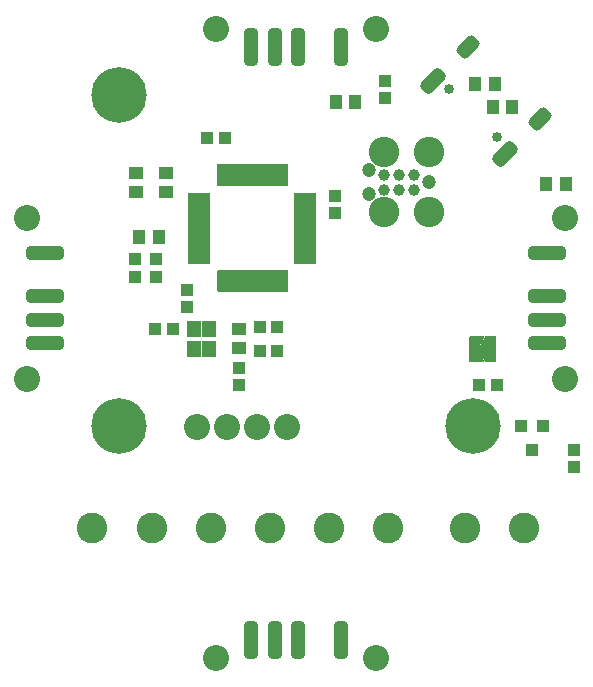
<source format=gts>
G04*
G04 #@! TF.GenerationSoftware,Altium Limited,Altium Designer,23.8.1 (32)*
G04*
G04 Layer_Color=8388736*
%FSLAX44Y44*%
%MOMM*%
G71*
G04*
G04 #@! TF.SameCoordinates,30061C5B-BE2C-44CF-A243-5EA776C9CE0C*
G04*
G04*
G04 #@! TF.FilePolarity,Negative*
G04*
G01*
G75*
G04:AMPARAMS|DCode=23|XSize=0.5032mm|YSize=1.9032mm|CornerRadius=0.1766mm|HoleSize=0mm|Usage=FLASHONLY|Rotation=0.000|XOffset=0mm|YOffset=0mm|HoleType=Round|Shape=RoundedRectangle|*
%AMROUNDEDRECTD23*
21,1,0.5032,1.5500,0,0,0.0*
21,1,0.1500,1.9032,0,0,0.0*
1,1,0.3532,0.0750,-0.7750*
1,1,0.3532,-0.0750,-0.7750*
1,1,0.3532,-0.0750,0.7750*
1,1,0.3532,0.0750,0.7750*
%
%ADD23ROUNDEDRECTD23*%
%ADD24R,0.5032X1.9032*%
%ADD25R,1.9032X0.5032*%
%ADD26R,1.0532X1.1532*%
%ADD27R,1.0032X1.0032*%
%ADD28R,1.2032X1.4032*%
%ADD29R,1.1532X1.0532*%
%ADD30R,1.0032X1.0032*%
G04:AMPARAMS|DCode=31|XSize=1.2032mm|YSize=3.2032mm|CornerRadius=0.3516mm|HoleSize=0mm|Usage=FLASHONLY|Rotation=90.000|XOffset=0mm|YOffset=0mm|HoleType=Round|Shape=RoundedRectangle|*
%AMROUNDEDRECTD31*
21,1,1.2032,2.5000,0,0,90.0*
21,1,0.5000,3.2032,0,0,90.0*
1,1,0.7032,1.2500,0.2500*
1,1,0.7032,1.2500,-0.2500*
1,1,0.7032,-1.2500,-0.2500*
1,1,0.7032,-1.2500,0.2500*
%
%ADD31ROUNDEDRECTD31*%
G04:AMPARAMS|DCode=32|XSize=1.2032mm|YSize=3.2032mm|CornerRadius=0.3516mm|HoleSize=0mm|Usage=FLASHONLY|Rotation=0.000|XOffset=0mm|YOffset=0mm|HoleType=Round|Shape=RoundedRectangle|*
%AMROUNDEDRECTD32*
21,1,1.2032,2.5000,0,0,0.0*
21,1,0.5000,3.2032,0,0,0.0*
1,1,0.7032,0.2500,-1.2500*
1,1,0.7032,-0.2500,-1.2500*
1,1,0.7032,-0.2500,1.2500*
1,1,0.7032,0.2500,1.2500*
%
%ADD32ROUNDEDRECTD32*%
%ADD33R,1.0532X1.0532*%
%ADD34C,0.9902*%
G04:AMPARAMS|DCode=35|XSize=2.0032mm|YSize=1.2032mm|CornerRadius=0.3516mm|HoleSize=0mm|Usage=FLASHONLY|Rotation=225.000|XOffset=0mm|YOffset=0mm|HoleType=Round|Shape=RoundedRectangle|*
%AMROUNDEDRECTD35*
21,1,2.0032,0.5000,0,0,225.0*
21,1,1.3000,1.2032,0,0,225.0*
1,1,0.7032,-0.6364,-0.2828*
1,1,0.7032,0.2828,0.6364*
1,1,0.7032,0.6364,0.2828*
1,1,0.7032,-0.2828,-0.6364*
%
%ADD35ROUNDEDRECTD35*%
G04:AMPARAMS|DCode=36|XSize=2.3032mm|YSize=1.2032mm|CornerRadius=0.3516mm|HoleSize=0mm|Usage=FLASHONLY|Rotation=225.000|XOffset=0mm|YOffset=0mm|HoleType=Round|Shape=RoundedRectangle|*
%AMROUNDEDRECTD36*
21,1,2.3032,0.5000,0,0,225.0*
21,1,1.6000,1.2032,0,0,225.0*
1,1,0.7032,-0.7425,-0.3889*
1,1,0.7032,0.3889,0.7425*
1,1,0.7032,0.7425,0.3889*
1,1,0.7032,-0.3889,-0.7425*
%
%ADD36ROUNDEDRECTD36*%
%ADD37C,0.8532*%
%ADD38C,2.2032*%
%ADD39C,2.6032*%
%ADD40C,4.7032*%
%ADD41C,2.5782*%
%ADD42C,1.1942*%
G36*
X168633Y6010D02*
X168764Y5983D01*
X168890Y5941D01*
X169009Y5882D01*
X169120Y5808D01*
X169220Y5720D01*
X169308Y5620D01*
X169382Y5509D01*
X169441Y5390D01*
X169484Y5264D01*
X169510Y5133D01*
X169518Y5000D01*
Y-15000D01*
X169510Y-15133D01*
X169484Y-15264D01*
X169441Y-15390D01*
X169382Y-15509D01*
X169308Y-15620D01*
X169220Y-15720D01*
X169120Y-15808D01*
X169009Y-15882D01*
X168890Y-15941D01*
X168764Y-15984D01*
X168633Y-16010D01*
X168500Y-16018D01*
X160500D01*
X160489Y-16018D01*
X160479Y-16018D01*
X160423Y-16013D01*
X160367Y-16010D01*
X160357Y-16007D01*
X160346Y-16006D01*
X160292Y-15994D01*
X160236Y-15984D01*
X160226Y-15980D01*
X160216Y-15978D01*
X160164Y-15959D01*
X160110Y-15941D01*
X160101Y-15936D01*
X160091Y-15932D01*
X160041Y-15907D01*
X159991Y-15882D01*
X159982Y-15876D01*
X159973Y-15871D01*
X159927Y-15839D01*
X159880Y-15808D01*
X159872Y-15801D01*
X159864Y-15795D01*
X159822Y-15757D01*
X159780Y-15720D01*
X159773Y-15712D01*
X159765Y-15705D01*
X159729Y-15662D01*
X159692Y-15620D01*
X159686Y-15611D01*
X159679Y-15603D01*
X159649Y-15555D01*
X159618Y-15509D01*
X159614Y-15500D01*
X159608Y-15491D01*
X154108Y-5491D01*
X154079Y-5428D01*
X154053Y-5374D01*
X154052Y-5372D01*
X154052Y-5370D01*
X154031Y-5306D01*
X154012Y-5247D01*
X154012Y-5245D01*
X154011Y-5243D01*
X154000Y-5178D01*
X153989Y-5116D01*
X153988Y-5114D01*
X153988Y-5112D01*
X153985Y-5046D01*
X153982Y-4983D01*
X153982Y-4981D01*
X153982Y-4979D01*
X153988Y-4916D01*
X153993Y-4850D01*
X153993Y-4848D01*
X153994Y-4846D01*
X154007Y-4786D01*
X154021Y-4720D01*
X154022Y-4718D01*
X154022Y-4716D01*
X154044Y-4657D01*
X154066Y-4595D01*
X154067Y-4593D01*
X154068Y-4591D01*
X154097Y-4534D01*
X154127Y-4476D01*
X160127Y5524D01*
X160160Y5572D01*
X160192Y5620D01*
X160198Y5626D01*
X160203Y5633D01*
X160242Y5676D01*
X160280Y5720D01*
X160287Y5726D01*
X160292Y5732D01*
X160337Y5770D01*
X160380Y5808D01*
X160387Y5812D01*
X160394Y5818D01*
X160444Y5850D01*
X160491Y5882D01*
X160499Y5885D01*
X160506Y5890D01*
X160559Y5915D01*
X160610Y5941D01*
X160619Y5943D01*
X160626Y5947D01*
X160681Y5965D01*
X160737Y5983D01*
X160745Y5985D01*
X160753Y5988D01*
X160811Y5998D01*
X160867Y6010D01*
X160876Y6010D01*
X160884Y6012D01*
X160942Y6014D01*
X161000Y6018D01*
X168500D01*
X168633Y6010D01*
D02*
G37*
G36*
X158509Y6018D02*
X158517Y6018D01*
X158575Y6013D01*
X158633Y6010D01*
X158641Y6008D01*
X158650Y6007D01*
X158707Y5995D01*
X158764Y5983D01*
X158772Y5981D01*
X158780Y5979D01*
X158834Y5960D01*
X158890Y5941D01*
X158897Y5937D01*
X158905Y5934D01*
X158957Y5908D01*
X159009Y5882D01*
X159016Y5877D01*
X159024Y5873D01*
X159071Y5840D01*
X159120Y5808D01*
X159126Y5802D01*
X159133Y5797D01*
X159176Y5759D01*
X159220Y5720D01*
X159226Y5713D01*
X159232Y5708D01*
X159270Y5663D01*
X159308Y5620D01*
X159312Y5613D01*
X159318Y5606D01*
X159350Y5557D01*
X159382Y5509D01*
X159386Y5501D01*
X159390Y5494D01*
X159415Y5443D01*
X159441Y5390D01*
X159444Y5381D01*
X159447Y5374D01*
X159465Y5319D01*
X159483Y5264D01*
X159485Y5255D01*
X159488Y5247D01*
X159498Y5190D01*
X159509Y5133D01*
X159510Y5124D01*
X159512Y5116D01*
X159514Y5059D01*
X159518Y5000D01*
X159518Y4991D01*
X159518Y4983D01*
X159513Y4925D01*
X159509Y4867D01*
X159508Y4859D01*
X159507Y4850D01*
X159495Y4793D01*
X159483Y4737D01*
X159481Y4728D01*
X159479Y4720D01*
X159459Y4666D01*
X159441Y4610D01*
X159437Y4603D01*
X159434Y4595D01*
X159408Y4543D01*
X159382Y4491D01*
X159377Y4484D01*
X159373Y4476D01*
X153671Y-5028D01*
X158772Y-14518D01*
X158793Y-14564D01*
X158816Y-14610D01*
X158821Y-14625D01*
X158827Y-14639D01*
X158842Y-14688D01*
X158858Y-14736D01*
X158862Y-14752D01*
X158866Y-14766D01*
X158875Y-14817D01*
X158884Y-14867D01*
X158885Y-14883D01*
X158888Y-14898D01*
X158890Y-14949D01*
X158893Y-15000D01*
X158892Y-15016D01*
X158893Y-15031D01*
X158888Y-15082D01*
X158884Y-15133D01*
X158882Y-15148D01*
X158880Y-15164D01*
X158868Y-15214D01*
X158858Y-15264D01*
X158854Y-15278D01*
X158850Y-15293D01*
X158832Y-15341D01*
X158816Y-15390D01*
X158809Y-15404D01*
X158803Y-15418D01*
X158779Y-15463D01*
X158757Y-15509D01*
X158748Y-15522D01*
X158741Y-15536D01*
X158711Y-15578D01*
X158683Y-15620D01*
X158673Y-15631D01*
X158664Y-15644D01*
X158628Y-15682D01*
X158595Y-15720D01*
X158583Y-15730D01*
X158573Y-15741D01*
X158533Y-15774D01*
X158495Y-15808D01*
X158482Y-15816D01*
X158470Y-15826D01*
X158426Y-15854D01*
X158384Y-15882D01*
X158370Y-15889D01*
X158357Y-15897D01*
X158310Y-15918D01*
X158265Y-15941D01*
X158250Y-15946D01*
X158236Y-15952D01*
X158187Y-15967D01*
X158139Y-15984D01*
X158123Y-15986D01*
X158109Y-15991D01*
X158058Y-16000D01*
X158008Y-16010D01*
X157992Y-16011D01*
X157977Y-16013D01*
X157926Y-16015D01*
X157875Y-16018D01*
X147500D01*
X147367Y-16010D01*
X147236Y-15984D01*
X147110Y-15941D01*
X146991Y-15882D01*
X146880Y-15808D01*
X146780Y-15720D01*
X146692Y-15620D01*
X146618Y-15509D01*
X146559Y-15390D01*
X146517Y-15264D01*
X146490Y-15133D01*
X146482Y-15000D01*
Y5000D01*
X146490Y5133D01*
X146517Y5264D01*
X146559Y5390D01*
X146618Y5509D01*
X146692Y5620D01*
X146780Y5720D01*
X146880Y5808D01*
X146991Y5882D01*
X147110Y5941D01*
X147236Y5983D01*
X147367Y6010D01*
X147500Y6018D01*
X158500D01*
X158509Y6018D01*
D02*
G37*
D23*
X-64750Y52505D02*
D03*
D24*
X-24750D02*
D03*
X-44750D02*
D03*
X-9750Y52505D02*
D03*
X-14750Y52505D02*
D03*
X-19750D02*
D03*
X-29750D02*
D03*
X-34750Y52505D02*
D03*
X-39750Y52505D02*
D03*
X-49750D02*
D03*
X-54750D02*
D03*
X-59750D02*
D03*
X-64750Y142505D02*
D03*
X-59750D02*
D03*
X-54750Y142505D02*
D03*
X-49750D02*
D03*
X-44750Y142505D02*
D03*
X-39750D02*
D03*
X-34750D02*
D03*
X-29750Y142505D02*
D03*
X-24750D02*
D03*
X-19750D02*
D03*
X-14750D02*
D03*
X-9750Y142505D02*
D03*
D25*
X-82250Y125005D02*
D03*
X-82250Y85005D02*
D03*
X-82250Y105005D02*
D03*
X-82250Y70005D02*
D03*
Y75005D02*
D03*
Y80005D02*
D03*
X-82250Y90005D02*
D03*
X-82250Y95005D02*
D03*
Y100005D02*
D03*
X-82250Y110005D02*
D03*
Y115005D02*
D03*
X-82250Y120005D02*
D03*
X7750Y125005D02*
D03*
Y120005D02*
D03*
X7750Y115005D02*
D03*
Y110005D02*
D03*
X7750Y105005D02*
D03*
Y100005D02*
D03*
Y95005D02*
D03*
X7750Y90005D02*
D03*
Y85005D02*
D03*
X7750Y80005D02*
D03*
Y75005D02*
D03*
X7750Y70005D02*
D03*
D26*
X33750Y204000D02*
D03*
X50250D02*
D03*
X228250Y135000D02*
D03*
X211750D02*
D03*
X151750Y220000D02*
D03*
X168250D02*
D03*
X166750Y200000D02*
D03*
X183250D02*
D03*
X-116350Y89925D02*
D03*
X-132850D02*
D03*
D27*
X-104500Y12000D02*
D03*
X-119500D02*
D03*
X-60500Y174000D02*
D03*
X-75500Y174000D02*
D03*
X-30750Y13505D02*
D03*
X-15750D02*
D03*
X-30750Y-6495D02*
D03*
X-15750Y-6495D02*
D03*
X155000Y-35000D02*
D03*
X170000Y-35000D02*
D03*
D28*
X-73500Y-4500D02*
D03*
Y12500D02*
D03*
X-86500Y-4500D02*
D03*
X-86500Y12500D02*
D03*
D29*
X-48000Y12250D02*
D03*
Y-4250D02*
D03*
X-109900Y127825D02*
D03*
Y144325D02*
D03*
X-135900Y127825D02*
D03*
Y144325D02*
D03*
D30*
X-48000Y-20500D02*
D03*
Y-35500D02*
D03*
X75000Y222500D02*
D03*
X75000Y207500D02*
D03*
X-136350Y71425D02*
D03*
Y56425D02*
D03*
X-118350Y71425D02*
D03*
Y56425D02*
D03*
X32750Y110005D02*
D03*
Y125005D02*
D03*
X-92000Y45500D02*
D03*
Y30500D02*
D03*
X235000Y-105000D02*
D03*
Y-90000D02*
D03*
D31*
X212650Y-25D02*
D03*
Y19975D02*
D03*
Y39975D02*
D03*
Y76175D02*
D03*
X-212650Y-25D02*
D03*
Y19975D02*
D03*
Y39975D02*
D03*
Y76175D02*
D03*
D32*
X-38100Y251075D02*
D03*
X-18100D02*
D03*
X1900D02*
D03*
X38100D02*
D03*
X-38100Y-251075D02*
D03*
X-18100D02*
D03*
X1900D02*
D03*
X38100D02*
D03*
D33*
X200000Y-90000D02*
D03*
X190500Y-70000D02*
D03*
X209500D02*
D03*
D34*
X100000Y130000D02*
D03*
X87300D02*
D03*
X74600D02*
D03*
X100000Y142700D02*
D03*
X87300D02*
D03*
X74600D02*
D03*
D35*
X206502Y190226D02*
D03*
X145408Y251320D02*
D03*
D36*
X176945Y160669D02*
D03*
X115851Y221763D02*
D03*
D37*
X129515Y215205D02*
D03*
X170386Y174334D02*
D03*
D38*
X227650Y106175D02*
D03*
Y-30025D02*
D03*
X68100Y266075D02*
D03*
X-68100D02*
D03*
X-227650Y106175D02*
D03*
Y-30025D02*
D03*
X68100Y-266075D02*
D03*
X-68100D02*
D03*
X-84050Y-70495D02*
D03*
X-7850D02*
D03*
X-33250D02*
D03*
X-58650D02*
D03*
D39*
X192650Y-156075D02*
D03*
X142650D02*
D03*
X77650D02*
D03*
X27650D02*
D03*
X-22350D02*
D03*
X-72350D02*
D03*
X-122350D02*
D03*
X-172350Y-156075D02*
D03*
D40*
X-150000Y210000D02*
D03*
Y-70000D02*
D03*
X150000D02*
D03*
D41*
X74600Y161750D02*
D03*
X112700Y110950D02*
D03*
X74600D02*
D03*
X112700Y161750D02*
D03*
D42*
Y136350D02*
D03*
X61900Y126190D02*
D03*
Y146510D02*
D03*
M02*

</source>
